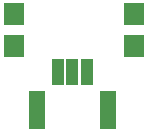
<source format=gts>
G04 #@! TF.FileFunction,Soldermask,Top*
%FSLAX46Y46*%
G04 Gerber Fmt 4.6, Leading zero omitted, Abs format (unit mm)*
G04 Created by KiCad (PCBNEW 4.0.7) date 02/01/19 22:39:00*
%MOMM*%
%LPD*%
G01*
G04 APERTURE LIST*
%ADD10C,0.100000*%
%ADD11R,1.000000X2.200000*%
%ADD12R,1.400000X3.200000*%
%ADD13R,1.700000X1.900000*%
G04 APERTURE END LIST*
D10*
D11*
X166288400Y-120421600D03*
X167538400Y-120421600D03*
X168788400Y-120421600D03*
D12*
X170538400Y-123621600D03*
X164538400Y-123621600D03*
D13*
X162560000Y-118190000D03*
X162560000Y-115490000D03*
X172720000Y-115490000D03*
X172720000Y-118190000D03*
M02*

</source>
